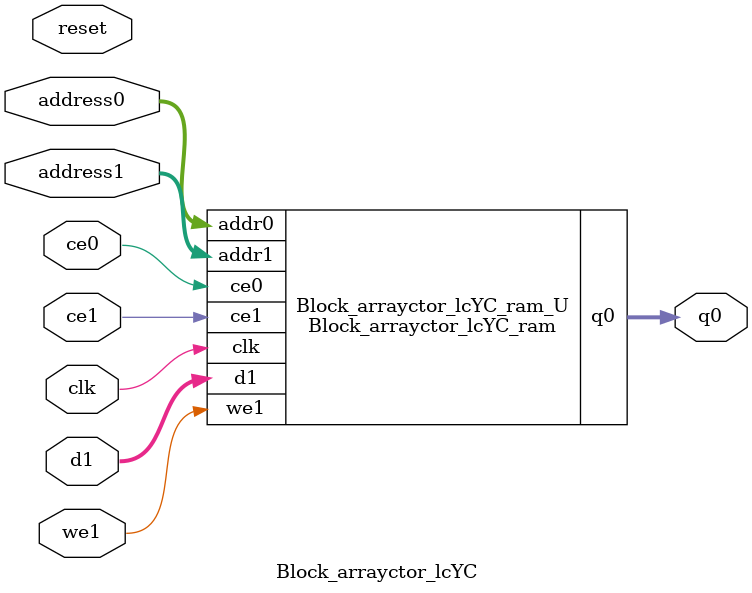
<source format=v>
`timescale 1 ns / 1 ps
module Block_arrayctor_lcYC_ram (addr0, ce0, q0, addr1, ce1, d1, we1,  clk);

parameter DWIDTH = 5;
parameter AWIDTH = 5;
parameter MEM_SIZE = 32;

input[AWIDTH-1:0] addr0;
input ce0;
output reg[DWIDTH-1:0] q0;
input[AWIDTH-1:0] addr1;
input ce1;
input[DWIDTH-1:0] d1;
input we1;
input clk;

(* ram_style = "distributed" *)reg [DWIDTH-1:0] ram[0:MEM_SIZE-1];




always @(posedge clk)  
begin 
    if (ce0) begin
        q0 <= ram[addr0];
    end
end


always @(posedge clk)  
begin 
    if (ce1) begin
        if (we1) 
            ram[addr1] <= d1; 
    end
end


endmodule

`timescale 1 ns / 1 ps
module Block_arrayctor_lcYC(
    reset,
    clk,
    address0,
    ce0,
    q0,
    address1,
    ce1,
    we1,
    d1);

parameter DataWidth = 32'd5;
parameter AddressRange = 32'd32;
parameter AddressWidth = 32'd5;
input reset;
input clk;
input[AddressWidth - 1:0] address0;
input ce0;
output[DataWidth - 1:0] q0;
input[AddressWidth - 1:0] address1;
input ce1;
input we1;
input[DataWidth - 1:0] d1;



Block_arrayctor_lcYC_ram Block_arrayctor_lcYC_ram_U(
    .clk( clk ),
    .addr0( address0 ),
    .ce0( ce0 ),
    .q0( q0 ),
    .addr1( address1 ),
    .ce1( ce1 ),
    .we1( we1 ),
    .d1( d1 ));

endmodule


</source>
